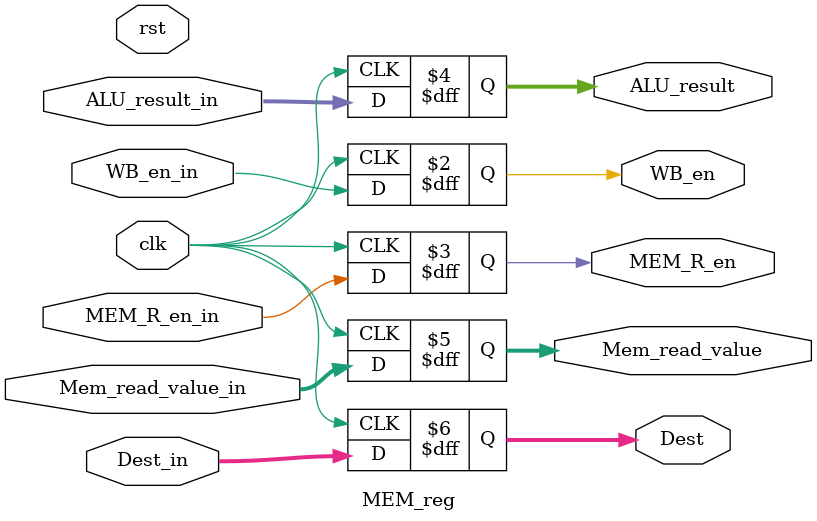
<source format=v>
module MEM_reg(input clk,rst,WB_en_in,MEM_R_en_in,
               input [31:0] ALU_result_in, Mem_read_value_in,
               input [3:0] Dest_in,
                      
               output reg WB_en,MEM_R_en,
               output reg [31:0] ALU_result,Mem_read_value,
               output reg [3:0] Dest);
  
  always@(posedge clk)begin
    WB_en<=WB_en_in;
    MEM_R_en<=MEM_R_en_in;
    Dest<=Dest_in;
    ALU_result<=ALU_result_in;
    Mem_read_value<=Mem_read_value_in;
  end
endmodule


</source>
